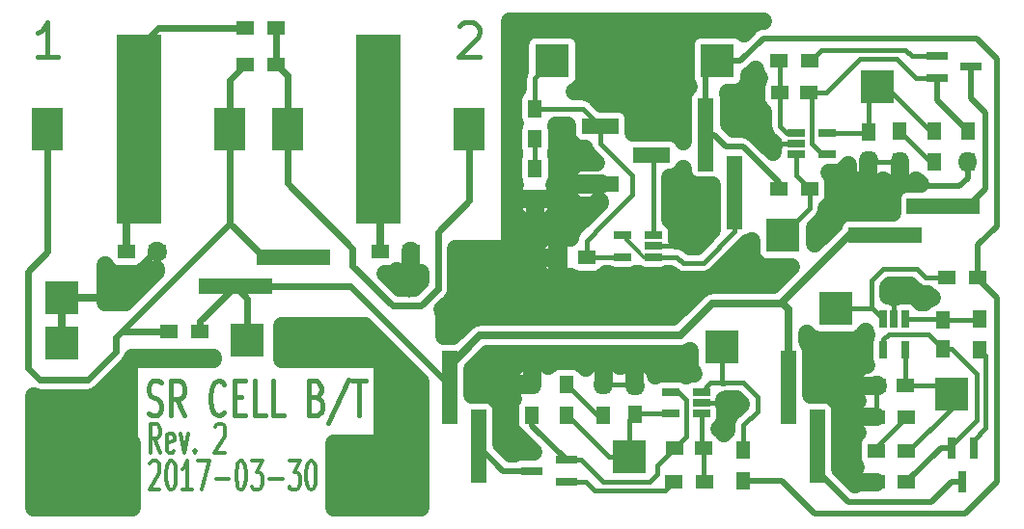
<source format=gbr>
G04 #@! TF.FileFunction,Copper,L1,Top,Signal*
%FSLAX46Y46*%
G04 Gerber Fmt 4.6, Leading zero omitted, Abs format (unit mm)*
G04 Created by KiCad (PCBNEW 4.0.5) date 03/30/17 17:24:31*
%MOMM*%
%LPD*%
G01*
G04 APERTURE LIST*
%ADD10C,0.100000*%
%ADD11C,0.300000*%
%ADD12C,0.400000*%
%ADD13R,2.800000X3.800000*%
%ADD14R,4.000000X16.700000*%
%ADD15R,1.500000X1.250000*%
%ADD16R,1.250000X1.500000*%
%ADD17R,6.400000X1.400000*%
%ADD18R,3.000000X3.000000*%
%ADD19R,1.400000X6.400000*%
%ADD20R,1.900000X0.800000*%
%ADD21R,0.800000X1.900000*%
%ADD22R,1.300000X1.500000*%
%ADD23R,1.500000X1.300000*%
%ADD24R,3.200000X1.400000*%
%ADD25R,1.560000X0.650000*%
%ADD26R,0.650000X1.560000*%
%ADD27C,1.500000*%
%ADD28C,0.600000*%
%ADD29C,0.700000*%
%ADD30C,0.500000*%
%ADD31C,1.500000*%
G04 APERTURE END LIST*
D10*
D11*
X45464287Y-67869048D02*
X45535716Y-67750000D01*
X45678573Y-67630952D01*
X46035716Y-67630952D01*
X46178573Y-67750000D01*
X46250002Y-67869048D01*
X46321430Y-68107143D01*
X46321430Y-68345238D01*
X46250002Y-68702381D01*
X45392859Y-70130952D01*
X46321430Y-70130952D01*
X47250001Y-67630952D02*
X47392858Y-67630952D01*
X47535715Y-67750000D01*
X47607144Y-67869048D01*
X47678573Y-68107143D01*
X47750001Y-68583333D01*
X47750001Y-69178571D01*
X47678573Y-69654762D01*
X47607144Y-69892857D01*
X47535715Y-70011905D01*
X47392858Y-70130952D01*
X47250001Y-70130952D01*
X47107144Y-70011905D01*
X47035715Y-69892857D01*
X46964287Y-69654762D01*
X46892858Y-69178571D01*
X46892858Y-68583333D01*
X46964287Y-68107143D01*
X47035715Y-67869048D01*
X47107144Y-67750000D01*
X47250001Y-67630952D01*
X49178572Y-70130952D02*
X48321429Y-70130952D01*
X48750001Y-70130952D02*
X48750001Y-67630952D01*
X48607144Y-67988095D01*
X48464286Y-68226190D01*
X48321429Y-68345238D01*
X49678572Y-67630952D02*
X50678572Y-67630952D01*
X50035715Y-70130952D01*
X51250000Y-69178571D02*
X52392857Y-69178571D01*
X53392857Y-67630952D02*
X53535714Y-67630952D01*
X53678571Y-67750000D01*
X53750000Y-67869048D01*
X53821429Y-68107143D01*
X53892857Y-68583333D01*
X53892857Y-69178571D01*
X53821429Y-69654762D01*
X53750000Y-69892857D01*
X53678571Y-70011905D01*
X53535714Y-70130952D01*
X53392857Y-70130952D01*
X53250000Y-70011905D01*
X53178571Y-69892857D01*
X53107143Y-69654762D01*
X53035714Y-69178571D01*
X53035714Y-68583333D01*
X53107143Y-68107143D01*
X53178571Y-67869048D01*
X53250000Y-67750000D01*
X53392857Y-67630952D01*
X54392857Y-67630952D02*
X55321428Y-67630952D01*
X54821428Y-68583333D01*
X55035714Y-68583333D01*
X55178571Y-68702381D01*
X55250000Y-68821429D01*
X55321428Y-69059524D01*
X55321428Y-69654762D01*
X55250000Y-69892857D01*
X55178571Y-70011905D01*
X55035714Y-70130952D01*
X54607142Y-70130952D01*
X54464285Y-70011905D01*
X54392857Y-69892857D01*
X55964285Y-69178571D02*
X57107142Y-69178571D01*
X57678571Y-67630952D02*
X58607142Y-67630952D01*
X58107142Y-68583333D01*
X58321428Y-68583333D01*
X58464285Y-68702381D01*
X58535714Y-68821429D01*
X58607142Y-69059524D01*
X58607142Y-69654762D01*
X58535714Y-69892857D01*
X58464285Y-70011905D01*
X58321428Y-70130952D01*
X57892856Y-70130952D01*
X57749999Y-70011905D01*
X57678571Y-69892857D01*
X59535713Y-67630952D02*
X59678570Y-67630952D01*
X59821427Y-67750000D01*
X59892856Y-67869048D01*
X59964285Y-68107143D01*
X60035713Y-68583333D01*
X60035713Y-69178571D01*
X59964285Y-69654762D01*
X59892856Y-69892857D01*
X59821427Y-70011905D01*
X59678570Y-70130952D01*
X59535713Y-70130952D01*
X59392856Y-70011905D01*
X59321427Y-69892857D01*
X59249999Y-69654762D01*
X59178570Y-69178571D01*
X59178570Y-68583333D01*
X59249999Y-68107143D01*
X59321427Y-67869048D01*
X59392856Y-67750000D01*
X59535713Y-67630952D01*
X46357144Y-66880952D02*
X45857144Y-65690476D01*
X45500001Y-66880952D02*
X45500001Y-64380952D01*
X46071429Y-64380952D01*
X46214287Y-64500000D01*
X46285715Y-64619048D01*
X46357144Y-64857143D01*
X46357144Y-65214286D01*
X46285715Y-65452381D01*
X46214287Y-65571429D01*
X46071429Y-65690476D01*
X45500001Y-65690476D01*
X47571429Y-66761905D02*
X47428572Y-66880952D01*
X47142858Y-66880952D01*
X47000001Y-66761905D01*
X46928572Y-66523810D01*
X46928572Y-65571429D01*
X47000001Y-65333333D01*
X47142858Y-65214286D01*
X47428572Y-65214286D01*
X47571429Y-65333333D01*
X47642858Y-65571429D01*
X47642858Y-65809524D01*
X46928572Y-66047619D01*
X48142858Y-65214286D02*
X48500001Y-66880952D01*
X48857143Y-65214286D01*
X49428572Y-66642857D02*
X49500000Y-66761905D01*
X49428572Y-66880952D01*
X49357143Y-66761905D01*
X49428572Y-66642857D01*
X49428572Y-66880952D01*
X51214286Y-64619048D02*
X51285715Y-64500000D01*
X51428572Y-64380952D01*
X51785715Y-64380952D01*
X51928572Y-64500000D01*
X52000001Y-64619048D01*
X52071429Y-64857143D01*
X52071429Y-65095238D01*
X52000001Y-65452381D01*
X51142858Y-66880952D01*
X52071429Y-66880952D01*
D12*
X45321427Y-63464286D02*
X45607142Y-63607143D01*
X46083332Y-63607143D01*
X46273808Y-63464286D01*
X46369046Y-63321429D01*
X46464285Y-63035714D01*
X46464285Y-62750000D01*
X46369046Y-62464286D01*
X46273808Y-62321429D01*
X46083332Y-62178571D01*
X45702380Y-62035714D01*
X45511904Y-61892857D01*
X45416665Y-61750000D01*
X45321427Y-61464286D01*
X45321427Y-61178571D01*
X45416665Y-60892857D01*
X45511904Y-60750000D01*
X45702380Y-60607143D01*
X46178570Y-60607143D01*
X46464285Y-60750000D01*
X48464285Y-63607143D02*
X47797618Y-62178571D01*
X47321427Y-63607143D02*
X47321427Y-60607143D01*
X48083332Y-60607143D01*
X48273808Y-60750000D01*
X48369047Y-60892857D01*
X48464285Y-61178571D01*
X48464285Y-61607143D01*
X48369047Y-61892857D01*
X48273808Y-62035714D01*
X48083332Y-62178571D01*
X47321427Y-62178571D01*
X51988095Y-63321429D02*
X51892857Y-63464286D01*
X51607142Y-63607143D01*
X51416666Y-63607143D01*
X51130952Y-63464286D01*
X50940476Y-63178571D01*
X50845237Y-62892857D01*
X50749999Y-62321429D01*
X50749999Y-61892857D01*
X50845237Y-61321429D01*
X50940476Y-61035714D01*
X51130952Y-60750000D01*
X51416666Y-60607143D01*
X51607142Y-60607143D01*
X51892857Y-60750000D01*
X51988095Y-60892857D01*
X52845237Y-62035714D02*
X53511904Y-62035714D01*
X53797618Y-63607143D02*
X52845237Y-63607143D01*
X52845237Y-60607143D01*
X53797618Y-60607143D01*
X55607142Y-63607143D02*
X54654761Y-63607143D01*
X54654761Y-60607143D01*
X57226190Y-63607143D02*
X56273809Y-63607143D01*
X56273809Y-60607143D01*
X60083334Y-62035714D02*
X60369048Y-62178571D01*
X60464287Y-62321429D01*
X60559525Y-62607143D01*
X60559525Y-63035714D01*
X60464287Y-63321429D01*
X60369048Y-63464286D01*
X60178572Y-63607143D01*
X59416667Y-63607143D01*
X59416667Y-60607143D01*
X60083334Y-60607143D01*
X60273810Y-60750000D01*
X60369048Y-60892857D01*
X60464287Y-61178571D01*
X60464287Y-61464286D01*
X60369048Y-61750000D01*
X60273810Y-61892857D01*
X60083334Y-62035714D01*
X59416667Y-62035714D01*
X62845239Y-60464286D02*
X61130953Y-64321429D01*
X63226191Y-60607143D02*
X64369048Y-60607143D01*
X63797620Y-63607143D02*
X63797620Y-60607143D01*
X72642858Y-29392857D02*
X72785715Y-29250000D01*
X73071429Y-29107143D01*
X73785715Y-29107143D01*
X74071429Y-29250000D01*
X74214286Y-29392857D01*
X74357143Y-29678571D01*
X74357143Y-29964286D01*
X74214286Y-30392857D01*
X72500000Y-32107143D01*
X74357143Y-32107143D01*
X37357143Y-32107143D02*
X35642858Y-32107143D01*
X36500000Y-32107143D02*
X36500000Y-29107143D01*
X36214286Y-29535714D01*
X35928572Y-29821429D01*
X35642858Y-29964286D01*
D13*
X36500000Y-38500000D03*
X52500000Y-38500000D03*
D14*
X44500000Y-38500000D03*
D13*
X57500000Y-38500000D03*
X73500000Y-38500000D03*
D14*
X65500000Y-38500000D03*
D15*
X83750000Y-49750000D03*
X81250000Y-49750000D03*
X103250000Y-35250000D03*
X100750000Y-35250000D03*
D16*
X108500000Y-38750000D03*
X108500000Y-41250000D03*
D15*
X91500000Y-66500000D03*
X94000000Y-66500000D03*
D16*
X88000000Y-63500000D03*
X88000000Y-61000000D03*
X115000000Y-57750000D03*
X115000000Y-55250000D03*
D15*
X111750000Y-61000000D03*
X109250000Y-61000000D03*
D17*
X58060000Y-49730000D03*
X52940000Y-52270000D03*
D18*
X80750000Y-32500000D03*
X37750000Y-53250000D03*
X37750000Y-57250000D03*
D19*
X96770000Y-44060000D03*
X94230000Y-38940000D03*
D18*
X95250000Y-32500000D03*
X109250000Y-34750000D03*
D17*
X109940000Y-47770000D03*
X115060000Y-45230000D03*
D18*
X87500000Y-67250000D03*
D19*
X71730000Y-61190000D03*
X74270000Y-66310000D03*
D18*
X115750000Y-61750000D03*
D19*
X101480000Y-61190000D03*
X104020000Y-66310000D03*
D20*
X114500000Y-32050000D03*
X114500000Y-33950000D03*
X117500000Y-33000000D03*
X82000000Y-69450000D03*
X82000000Y-67550000D03*
X79000000Y-68500000D03*
D21*
X117700000Y-66500000D03*
X115800000Y-66500000D03*
X116750000Y-69500000D03*
D22*
X79250000Y-36650000D03*
X79250000Y-39350000D03*
D23*
X43400000Y-49250000D03*
X46100000Y-49250000D03*
X65650000Y-49250000D03*
X68350000Y-49250000D03*
X103350000Y-43750000D03*
X100650000Y-43750000D03*
D22*
X114250000Y-38650000D03*
X114250000Y-41350000D03*
D23*
X103350000Y-32500000D03*
X100650000Y-32500000D03*
D22*
X97500000Y-66650000D03*
X97500000Y-69350000D03*
X117250000Y-41350000D03*
X117250000Y-38650000D03*
X82000000Y-63600000D03*
X82000000Y-60900000D03*
D23*
X91400000Y-69500000D03*
X94100000Y-69500000D03*
X115400000Y-51500000D03*
X118100000Y-51500000D03*
D22*
X79000000Y-60900000D03*
X79000000Y-63600000D03*
D23*
X111850000Y-66750000D03*
X109150000Y-66750000D03*
D22*
X118250000Y-57850000D03*
X118250000Y-55150000D03*
D23*
X109150000Y-69500000D03*
X111850000Y-69500000D03*
D24*
X85000000Y-38210000D03*
X89500000Y-40750000D03*
X85000000Y-43290000D03*
D25*
X89600000Y-49700000D03*
X89600000Y-48750000D03*
X89600000Y-47800000D03*
X86900000Y-47800000D03*
X86900000Y-49700000D03*
X102150000Y-38800000D03*
X102150000Y-39750000D03*
X102150000Y-40700000D03*
X104850000Y-40700000D03*
X104850000Y-38800000D03*
X93850000Y-63450000D03*
X93850000Y-62500000D03*
X93850000Y-61550000D03*
X91150000Y-61550000D03*
X91150000Y-63450000D03*
D26*
X111700000Y-55150000D03*
X110750000Y-55150000D03*
X109800000Y-55150000D03*
X109800000Y-57850000D03*
X111700000Y-57850000D03*
D22*
X79250000Y-44600000D03*
X79250000Y-41900000D03*
X111250000Y-41350000D03*
X111250000Y-38650000D03*
X85250000Y-60900000D03*
X85250000Y-63600000D03*
D23*
X109150000Y-63750000D03*
X111850000Y-63750000D03*
D18*
X54000000Y-57000000D03*
D23*
X49850000Y-56250000D03*
X47150000Y-56250000D03*
D18*
X101000000Y-47800000D03*
X95600000Y-57600000D03*
X105600000Y-54200000D03*
D23*
X56550000Y-32800000D03*
X53850000Y-32800000D03*
X56550000Y-29600000D03*
X53850000Y-29600000D03*
D27*
X88750000Y-58250000D03*
X97000000Y-62500000D03*
X106750000Y-60000000D03*
X110750000Y-52500000D03*
X106500000Y-43500000D03*
X99500000Y-39750000D03*
X93000000Y-48750000D03*
X82500000Y-46250000D03*
X68250000Y-52500000D03*
X42000000Y-53250000D03*
D28*
X52500000Y-38500000D02*
X52500000Y-34150000D01*
X52500000Y-34150000D02*
X53850000Y-32800000D01*
X47150000Y-56250000D02*
X43000000Y-56250000D01*
X58060000Y-49730000D02*
X55480000Y-49730000D01*
X55480000Y-49730000D02*
X52500000Y-46750000D01*
X36500000Y-38500000D02*
X36500000Y-49250000D01*
X52500000Y-46750000D02*
X52500000Y-38500000D01*
X42500000Y-56750000D02*
X43000000Y-56250000D01*
X43000000Y-56250000D02*
X52500000Y-46750000D01*
X42500000Y-58000000D02*
X42500000Y-56750000D01*
X40000000Y-60500000D02*
X42500000Y-58000000D01*
X35750000Y-60500000D02*
X40000000Y-60500000D01*
X34750000Y-59500000D02*
X35750000Y-60500000D01*
X34750000Y-51000000D02*
X34750000Y-59500000D01*
X36500000Y-49250000D02*
X34750000Y-51000000D01*
X53850000Y-29600000D02*
X46200000Y-29600000D01*
X46200000Y-29600000D02*
X44500000Y-31300000D01*
X44500000Y-31300000D02*
X44500000Y-38500000D01*
X44500000Y-32500000D02*
X44500000Y-38500000D01*
D29*
X43400000Y-49250000D02*
X43400000Y-39600000D01*
X43400000Y-39600000D02*
X44500000Y-38500000D01*
X65650000Y-49250000D02*
X65650000Y-38650000D01*
X65650000Y-38650000D02*
X65500000Y-38500000D01*
D12*
X86900000Y-49700000D02*
X83800000Y-49700000D01*
X83800000Y-49700000D02*
X83750000Y-49750000D01*
X83750000Y-49750000D02*
X83750000Y-48250000D01*
X85000000Y-39750000D02*
X87750000Y-42500000D01*
X87750000Y-42500000D02*
X87750000Y-44250000D01*
X87750000Y-44250000D02*
X85250000Y-46750000D01*
X85000000Y-39750000D02*
X85000000Y-38210000D01*
X83750000Y-48250000D02*
X85250000Y-46750000D01*
X79250000Y-36650000D02*
X83440000Y-36650000D01*
X83440000Y-36650000D02*
X85000000Y-38210000D01*
X79250000Y-36650000D02*
X79250000Y-34000000D01*
X79250000Y-34000000D02*
X80750000Y-32500000D01*
D30*
X79000000Y-60900000D02*
X79000000Y-59750000D01*
D12*
X88000000Y-59000000D02*
X88750000Y-58250000D01*
X88000000Y-59000000D02*
X88000000Y-61000000D01*
D30*
X80500000Y-58250000D02*
X88750000Y-58250000D01*
X79000000Y-59750000D02*
X80500000Y-58250000D01*
D12*
X85250000Y-60900000D02*
X87900000Y-60900000D01*
X87900000Y-60900000D02*
X88000000Y-61000000D01*
X93850000Y-62500000D02*
X97000000Y-62500000D01*
D30*
X109150000Y-69500000D02*
X107500000Y-69500000D01*
D12*
X107750000Y-61000000D02*
X106750000Y-60000000D01*
X107750000Y-61000000D02*
X109250000Y-61000000D01*
D30*
X106750000Y-68750000D02*
X106750000Y-60000000D01*
X107500000Y-69500000D02*
X106750000Y-68750000D01*
D12*
X109150000Y-63750000D02*
X109150000Y-61100000D01*
X109150000Y-61100000D02*
X109250000Y-61000000D01*
X110750000Y-55150000D02*
X110750000Y-52500000D01*
D30*
X117250000Y-41350000D02*
X117250000Y-42750000D01*
D12*
X106500000Y-43500000D02*
X108500000Y-41500000D01*
D30*
X116500000Y-43500000D02*
X106500000Y-43500000D01*
X117250000Y-42750000D02*
X116500000Y-43500000D01*
D12*
X111250000Y-41350000D02*
X108600000Y-41350000D01*
X108600000Y-41350000D02*
X108500000Y-41250000D01*
X108500000Y-41250000D02*
X108500000Y-41500000D01*
X102150000Y-39750000D02*
X99500000Y-39750000D01*
X89600000Y-48750000D02*
X93000000Y-48750000D01*
X81250000Y-49750000D02*
X81250000Y-47500000D01*
X81250000Y-47500000D02*
X82500000Y-46250000D01*
X79250000Y-44600000D02*
X79250000Y-45250000D01*
X79250000Y-45250000D02*
X80250000Y-46250000D01*
X80250000Y-46250000D02*
X82500000Y-46250000D01*
X85000000Y-43290000D02*
X85000000Y-43750000D01*
X85000000Y-43750000D02*
X82500000Y-46250000D01*
D29*
X68350000Y-49250000D02*
X68350000Y-52400000D01*
X68350000Y-52400000D02*
X68250000Y-52500000D01*
X46100000Y-49250000D02*
X46000000Y-49250000D01*
X46000000Y-49250000D02*
X42000000Y-53250000D01*
X37750000Y-57250000D02*
X37750000Y-53250000D01*
X37750000Y-53250000D02*
X42000000Y-53250000D01*
D30*
X114500000Y-33950000D02*
X114500000Y-35900000D01*
X114500000Y-35900000D02*
X117250000Y-38650000D01*
D12*
X114500000Y-33950000D02*
X112700000Y-33950000D01*
X104750000Y-35250000D02*
X103250000Y-35250000D01*
X107750000Y-32250000D02*
X104750000Y-35250000D01*
X111000000Y-32250000D02*
X107750000Y-32250000D01*
X112700000Y-33950000D02*
X111000000Y-32250000D01*
X104850000Y-40700000D02*
X104450000Y-40700000D01*
X104450000Y-40700000D02*
X103500000Y-39750000D01*
X103500000Y-39750000D02*
X103500000Y-35500000D01*
X103500000Y-35500000D02*
X103250000Y-35250000D01*
X100750000Y-35250000D02*
X100750000Y-32600000D01*
X100750000Y-32600000D02*
X100650000Y-32500000D01*
X102150000Y-38800000D02*
X101300000Y-38800000D01*
X100750000Y-38250000D02*
X100750000Y-35250000D01*
X101300000Y-38800000D02*
X100750000Y-38250000D01*
X114250000Y-38650000D02*
X113900000Y-38650000D01*
X113900000Y-38650000D02*
X110000000Y-34750000D01*
X110000000Y-34750000D02*
X109250000Y-34750000D01*
X108500000Y-38750000D02*
X108500000Y-35500000D01*
X108500000Y-35500000D02*
X109250000Y-34750000D01*
X104850000Y-38800000D02*
X108450000Y-38800000D01*
X108450000Y-38800000D02*
X108500000Y-38750000D01*
D30*
X79000000Y-63600000D02*
X79000000Y-64550000D01*
X79000000Y-64550000D02*
X82000000Y-67550000D01*
D12*
X82000000Y-67550000D02*
X83300000Y-67550000D01*
X90000000Y-68000000D02*
X91500000Y-66500000D01*
X90000000Y-68750000D02*
X90000000Y-68000000D01*
X89250000Y-69500000D02*
X90000000Y-68750000D01*
X85250000Y-69500000D02*
X89250000Y-69500000D01*
X83300000Y-67550000D02*
X85250000Y-69500000D01*
X91150000Y-61550000D02*
X91800000Y-61550000D01*
X91800000Y-61550000D02*
X92500000Y-62250000D01*
X92500000Y-62250000D02*
X92500000Y-65500000D01*
X92500000Y-65500000D02*
X91500000Y-66500000D01*
X94000000Y-66500000D02*
X94000000Y-69400000D01*
X94000000Y-69400000D02*
X94100000Y-69500000D01*
X93850000Y-63450000D02*
X93850000Y-66350000D01*
X93850000Y-66350000D02*
X94000000Y-66500000D01*
X82000000Y-63600000D02*
X82100000Y-63600000D01*
X82100000Y-63600000D02*
X85750000Y-67250000D01*
X85750000Y-67250000D02*
X87500000Y-67250000D01*
X87500000Y-67250000D02*
X87500000Y-64000000D01*
X87500000Y-64000000D02*
X88000000Y-63500000D01*
X91150000Y-63450000D02*
X88050000Y-63450000D01*
X88050000Y-63450000D02*
X88000000Y-63500000D01*
D30*
X115800000Y-66500000D02*
X114850000Y-66500000D01*
X114850000Y-66500000D02*
X111850000Y-69500000D01*
D12*
X115800000Y-66500000D02*
X115800000Y-66200000D01*
X115800000Y-66200000D02*
X118000000Y-64000000D01*
X118000000Y-64000000D02*
X118000000Y-60000000D01*
X118000000Y-60000000D02*
X115750000Y-57750000D01*
X115750000Y-57750000D02*
X115000000Y-57750000D01*
X109800000Y-57850000D02*
X109800000Y-56950000D01*
X113750000Y-56500000D02*
X115000000Y-57750000D01*
X110250000Y-56500000D02*
X113750000Y-56500000D01*
X109800000Y-56950000D02*
X110250000Y-56500000D01*
X115000000Y-55250000D02*
X118150000Y-55250000D01*
X118150000Y-55250000D02*
X118250000Y-55150000D01*
X111700000Y-55150000D02*
X114900000Y-55150000D01*
X114900000Y-55150000D02*
X115000000Y-55250000D01*
X111850000Y-66750000D02*
X112000000Y-66750000D01*
X112000000Y-66750000D02*
X115750000Y-63000000D01*
X115750000Y-63000000D02*
X115750000Y-61750000D01*
X111750000Y-61000000D02*
X115000000Y-61000000D01*
X115000000Y-61000000D02*
X115750000Y-61750000D01*
X111750000Y-61000000D02*
X111750000Y-57900000D01*
X111750000Y-57900000D02*
X111700000Y-57850000D01*
X79250000Y-39350000D02*
X79250000Y-41900000D01*
X114250000Y-41350000D02*
X113950000Y-41350000D01*
X113950000Y-41350000D02*
X111250000Y-38650000D01*
X85250000Y-63600000D02*
X84700000Y-63600000D01*
X84700000Y-63600000D02*
X82000000Y-60900000D01*
X109150000Y-66750000D02*
X109150000Y-66450000D01*
X109150000Y-66450000D02*
X111850000Y-63750000D01*
D29*
X101480000Y-61190000D02*
X101480000Y-54280000D01*
X101480000Y-54280000D02*
X100900000Y-53700000D01*
X71730000Y-61190000D02*
X71730000Y-59270000D01*
X71730000Y-59270000D02*
X74400000Y-56600000D01*
X100800000Y-53800000D02*
X100900000Y-53700000D01*
X100900000Y-53700000D02*
X106830000Y-47770000D01*
X94800000Y-53800000D02*
X100800000Y-53800000D01*
X92000000Y-56600000D02*
X94800000Y-53800000D01*
X74400000Y-56600000D02*
X92000000Y-56600000D01*
X106830000Y-47770000D02*
X109940000Y-47770000D01*
D28*
X49850000Y-56250000D02*
X49850000Y-55360000D01*
X49850000Y-55360000D02*
X52940000Y-52270000D01*
X54000000Y-57000000D02*
X54000000Y-53330000D01*
X54000000Y-53330000D02*
X52940000Y-52270000D01*
X52940000Y-52270000D02*
X63020000Y-52270000D01*
X63020000Y-52270000D02*
X71730000Y-60980000D01*
X71730000Y-60980000D02*
X71730000Y-61190000D01*
D11*
X89600000Y-49700000D02*
X88800000Y-49700000D01*
X88800000Y-49700000D02*
X86900000Y-47800000D01*
D12*
X89600000Y-49700000D02*
X91700000Y-49700000D01*
X96770000Y-47480000D02*
X96770000Y-44060000D01*
X94000000Y-50250000D02*
X96770000Y-47480000D01*
X92250000Y-50250000D02*
X94000000Y-50250000D01*
X91700000Y-49700000D02*
X92250000Y-50250000D01*
D30*
X118100000Y-51500000D02*
X118100000Y-51600000D01*
X118100000Y-51600000D02*
X119750000Y-53250000D01*
X100850000Y-69350000D02*
X97500000Y-69350000D01*
X103750000Y-72250000D02*
X100850000Y-69350000D01*
X117000000Y-72250000D02*
X103750000Y-72250000D01*
X119750000Y-69500000D02*
X117000000Y-72250000D01*
X119750000Y-53250000D02*
X119750000Y-69500000D01*
X95250000Y-32500000D02*
X97250000Y-32500000D01*
X118100000Y-48650000D02*
X118100000Y-51500000D01*
X119750000Y-47000000D02*
X118100000Y-48650000D01*
X119750000Y-32250000D02*
X119750000Y-47000000D01*
X118000000Y-30500000D02*
X119750000Y-32250000D01*
X99250000Y-30500000D02*
X118000000Y-30500000D01*
X97250000Y-32500000D02*
X99250000Y-30500000D01*
X94230000Y-38940000D02*
X94940000Y-38940000D01*
X97500000Y-40000000D02*
X100650000Y-43150000D01*
X96000000Y-40000000D02*
X97500000Y-40000000D01*
X94940000Y-38940000D02*
X96000000Y-40000000D01*
X100650000Y-43150000D02*
X100650000Y-43750000D01*
X94230000Y-38940000D02*
X94230000Y-33520000D01*
X94230000Y-33520000D02*
X95250000Y-32500000D01*
D12*
X94230000Y-33520000D02*
X95250000Y-32500000D01*
D30*
X117500000Y-33000000D02*
X117500000Y-35750000D01*
X118750000Y-43750000D02*
X117270000Y-45230000D01*
X118750000Y-37000000D02*
X118750000Y-43750000D01*
X117500000Y-35750000D02*
X118750000Y-37000000D01*
X117270000Y-45230000D02*
X115060000Y-45230000D01*
X79000000Y-68500000D02*
X76460000Y-68500000D01*
X76460000Y-68500000D02*
X74270000Y-66310000D01*
X116750000Y-69500000D02*
X115750000Y-69500000D01*
X106750000Y-71250000D02*
X104020000Y-68520000D01*
X114000000Y-71250000D02*
X106750000Y-71250000D01*
X115750000Y-69500000D02*
X114000000Y-71250000D01*
X104020000Y-68520000D02*
X104020000Y-66310000D01*
D12*
X114500000Y-32050000D02*
X112300000Y-32050000D01*
X104350000Y-31500000D02*
X103350000Y-32500000D01*
X111750000Y-31500000D02*
X104350000Y-31500000D01*
X112300000Y-32050000D02*
X111750000Y-31500000D01*
X82000000Y-69450000D02*
X83700000Y-69450000D01*
X90650000Y-70250000D02*
X91400000Y-69500000D01*
X84500000Y-70250000D02*
X90650000Y-70250000D01*
X83700000Y-69450000D02*
X84500000Y-70250000D01*
X117700000Y-66500000D02*
X117700000Y-65800000D01*
X117700000Y-65800000D02*
X118750000Y-64750000D01*
X118750000Y-64750000D02*
X118750000Y-58350000D01*
X118750000Y-58350000D02*
X118250000Y-57850000D01*
X89600000Y-47800000D02*
X89600000Y-40850000D01*
X89600000Y-40850000D02*
X89500000Y-40750000D01*
D28*
X56550000Y-32800000D02*
X56550000Y-29600000D01*
X57500000Y-38500000D02*
X57500000Y-33750000D01*
X57500000Y-33750000D02*
X56550000Y-32800000D01*
X73500000Y-38500000D02*
X73500000Y-44750000D01*
X57500000Y-43250000D02*
X57500000Y-38500000D01*
X63250000Y-49000000D02*
X57500000Y-43250000D01*
X63250000Y-50500000D02*
X63250000Y-49000000D01*
X66750000Y-54000000D02*
X63250000Y-50500000D01*
X69250000Y-54000000D02*
X66750000Y-54000000D01*
X70750000Y-52500000D02*
X69250000Y-54000000D01*
X70750000Y-47500000D02*
X70750000Y-52500000D01*
X73500000Y-44750000D02*
X70750000Y-47500000D01*
D12*
X103350000Y-43750000D02*
X103350000Y-45450000D01*
X103350000Y-45450000D02*
X101000000Y-47800000D01*
X102150000Y-40700000D02*
X102150000Y-42550000D01*
X102150000Y-42550000D02*
X103350000Y-43750000D01*
X95600000Y-57600000D02*
X95600000Y-60750000D01*
X95800000Y-60800000D02*
X95800000Y-60750000D01*
X95650000Y-60800000D02*
X95800000Y-60800000D01*
X95600000Y-60750000D02*
X95650000Y-60800000D01*
X97500000Y-66650000D02*
X97500000Y-64500000D01*
X94650000Y-60750000D02*
X93850000Y-61550000D01*
X97500000Y-60750000D02*
X95800000Y-60750000D01*
X95800000Y-60750000D02*
X94650000Y-60750000D01*
X98750000Y-62000000D02*
X97500000Y-60750000D01*
X98750000Y-63250000D02*
X98750000Y-62000000D01*
X97500000Y-64500000D02*
X98750000Y-63250000D01*
X105600000Y-54200000D02*
X108850000Y-54200000D01*
X108850000Y-54200000D02*
X108750000Y-54100000D01*
X115400000Y-51500000D02*
X113500000Y-51500000D01*
X108750000Y-54100000D02*
X109800000Y-55150000D01*
X108750000Y-51750000D02*
X108750000Y-54100000D01*
X109750000Y-50750000D02*
X108750000Y-51750000D01*
X112750000Y-50750000D02*
X109750000Y-50750000D01*
X113500000Y-51500000D02*
X112750000Y-50750000D01*
D31*
G36*
X108287673Y-56393222D02*
X108354059Y-56496388D01*
X108300924Y-56574153D01*
X108200512Y-57070000D01*
X108200512Y-58630000D01*
X108287673Y-59093222D01*
X108372470Y-59225000D01*
X108271251Y-59225000D01*
X107848578Y-59400077D01*
X107525077Y-59723577D01*
X107350000Y-60146251D01*
X107350000Y-60662500D01*
X107637500Y-60950000D01*
X109200000Y-60950000D01*
X109200000Y-60930000D01*
X109300000Y-60930000D01*
X109300000Y-60950000D01*
X109320000Y-60950000D01*
X109320000Y-61050000D01*
X109300000Y-61050000D01*
X109300000Y-61070000D01*
X109200000Y-61070000D01*
X109200000Y-61050000D01*
X107637500Y-61050000D01*
X107350000Y-61337500D01*
X107350000Y-61853749D01*
X107525077Y-62276423D01*
X107561154Y-62312500D01*
X107425077Y-62448577D01*
X107250000Y-62871251D01*
X107250000Y-63412500D01*
X107537500Y-63700000D01*
X109100000Y-63700000D01*
X109100000Y-63680000D01*
X109200000Y-63680000D01*
X109200000Y-63700000D01*
X109220000Y-63700000D01*
X109220000Y-63800000D01*
X109200000Y-63800000D01*
X109200000Y-63820000D01*
X109100000Y-63820000D01*
X109100000Y-63800000D01*
X107537500Y-63800000D01*
X107250000Y-64087500D01*
X107250000Y-64628749D01*
X107425077Y-65051423D01*
X107541002Y-65167348D01*
X107511337Y-65186437D01*
X107225924Y-65604153D01*
X107125512Y-66100000D01*
X107125512Y-67400000D01*
X107212673Y-67863222D01*
X107427140Y-68196514D01*
X107425077Y-68198577D01*
X107250000Y-68621251D01*
X107250000Y-69162500D01*
X107537500Y-69450000D01*
X109100000Y-69450000D01*
X109100000Y-69430000D01*
X109200000Y-69430000D01*
X109200000Y-69450000D01*
X109220000Y-69450000D01*
X109220000Y-69550000D01*
X109200000Y-69550000D01*
X109200000Y-69570000D01*
X109100000Y-69570000D01*
X109100000Y-69550000D01*
X107537500Y-69550000D01*
X107354410Y-69733090D01*
X105994488Y-68373168D01*
X105994488Y-63110000D01*
X105907327Y-62646778D01*
X105633563Y-62221337D01*
X105215847Y-61935924D01*
X104720000Y-61835512D01*
X103454488Y-61835512D01*
X103454488Y-57990000D01*
X103367327Y-57526778D01*
X103093563Y-57101337D01*
X103080000Y-57092070D01*
X103080000Y-56423255D01*
X103186437Y-56588663D01*
X103604153Y-56874076D01*
X104100000Y-56974488D01*
X107100000Y-56974488D01*
X107563222Y-56887327D01*
X107988663Y-56613563D01*
X108255618Y-56222862D01*
X108287673Y-56393222D01*
X108287673Y-56393222D01*
G37*
X108287673Y-56393222D02*
X108354059Y-56496388D01*
X108300924Y-56574153D01*
X108200512Y-57070000D01*
X108200512Y-58630000D01*
X108287673Y-59093222D01*
X108372470Y-59225000D01*
X108271251Y-59225000D01*
X107848578Y-59400077D01*
X107525077Y-59723577D01*
X107350000Y-60146251D01*
X107350000Y-60662500D01*
X107637500Y-60950000D01*
X109200000Y-60950000D01*
X109200000Y-60930000D01*
X109300000Y-60930000D01*
X109300000Y-60950000D01*
X109320000Y-60950000D01*
X109320000Y-61050000D01*
X109300000Y-61050000D01*
X109300000Y-61070000D01*
X109200000Y-61070000D01*
X109200000Y-61050000D01*
X107637500Y-61050000D01*
X107350000Y-61337500D01*
X107350000Y-61853749D01*
X107525077Y-62276423D01*
X107561154Y-62312500D01*
X107425077Y-62448577D01*
X107250000Y-62871251D01*
X107250000Y-63412500D01*
X107537500Y-63700000D01*
X109100000Y-63700000D01*
X109100000Y-63680000D01*
X109200000Y-63680000D01*
X109200000Y-63700000D01*
X109220000Y-63700000D01*
X109220000Y-63800000D01*
X109200000Y-63800000D01*
X109200000Y-63820000D01*
X109100000Y-63820000D01*
X109100000Y-63800000D01*
X107537500Y-63800000D01*
X107250000Y-64087500D01*
X107250000Y-64628749D01*
X107425077Y-65051423D01*
X107541002Y-65167348D01*
X107511337Y-65186437D01*
X107225924Y-65604153D01*
X107125512Y-66100000D01*
X107125512Y-67400000D01*
X107212673Y-67863222D01*
X107427140Y-68196514D01*
X107425077Y-68198577D01*
X107250000Y-68621251D01*
X107250000Y-69162500D01*
X107537500Y-69450000D01*
X109100000Y-69450000D01*
X109100000Y-69430000D01*
X109200000Y-69430000D01*
X109200000Y-69450000D01*
X109220000Y-69450000D01*
X109220000Y-69550000D01*
X109200000Y-69550000D01*
X109200000Y-69570000D01*
X109100000Y-69570000D01*
X109100000Y-69550000D01*
X107537500Y-69550000D01*
X107354410Y-69733090D01*
X105994488Y-68373168D01*
X105994488Y-63110000D01*
X105907327Y-62646778D01*
X105633563Y-62221337D01*
X105215847Y-61935924D01*
X104720000Y-61835512D01*
X103454488Y-61835512D01*
X103454488Y-57990000D01*
X103367327Y-57526778D01*
X103093563Y-57101337D01*
X103080000Y-57092070D01*
X103080000Y-56423255D01*
X103186437Y-56588663D01*
X103604153Y-56874076D01*
X104100000Y-56974488D01*
X107100000Y-56974488D01*
X107563222Y-56887327D01*
X107988663Y-56613563D01*
X108255618Y-56222862D01*
X108287673Y-56393222D01*
G36*
X92825512Y-59100000D02*
X92912673Y-59563222D01*
X93161887Y-59950512D01*
X93070000Y-59950512D01*
X92606778Y-60037673D01*
X92503612Y-60104059D01*
X92425847Y-60050924D01*
X91930000Y-59950512D01*
X90370000Y-59950512D01*
X89906778Y-60037673D01*
X89775000Y-60122470D01*
X89775000Y-60021251D01*
X89599923Y-59598578D01*
X89276423Y-59275077D01*
X88853749Y-59100000D01*
X88337500Y-59100000D01*
X88050000Y-59387500D01*
X88050000Y-60950000D01*
X88070000Y-60950000D01*
X88070000Y-61050000D01*
X88050000Y-61050000D01*
X88050000Y-61070000D01*
X87950000Y-61070000D01*
X87950000Y-61050000D01*
X87930000Y-61050000D01*
X87930000Y-60950000D01*
X87950000Y-60950000D01*
X87950000Y-59387500D01*
X87662500Y-59100000D01*
X87146251Y-59100000D01*
X86723577Y-59275077D01*
X86687500Y-59311154D01*
X86551423Y-59175077D01*
X86128749Y-59000000D01*
X85587500Y-59000000D01*
X85300000Y-59287500D01*
X85300000Y-60850000D01*
X85320000Y-60850000D01*
X85320000Y-60950000D01*
X85300000Y-60950000D01*
X85300000Y-60970000D01*
X85200000Y-60970000D01*
X85200000Y-60950000D01*
X85180000Y-60950000D01*
X85180000Y-60850000D01*
X85200000Y-60850000D01*
X85200000Y-59287500D01*
X84912500Y-59000000D01*
X84371251Y-59000000D01*
X83948577Y-59175077D01*
X83680536Y-59443119D01*
X83563563Y-59261337D01*
X83145847Y-58975924D01*
X82650000Y-58875512D01*
X81350000Y-58875512D01*
X80886778Y-58962673D01*
X80461337Y-59236437D01*
X80421332Y-59294986D01*
X80301423Y-59175077D01*
X79878749Y-59000000D01*
X79337500Y-59000000D01*
X79050000Y-59287500D01*
X79050000Y-60850000D01*
X79070000Y-60850000D01*
X79070000Y-60950000D01*
X79050000Y-60950000D01*
X79050000Y-60970000D01*
X78950000Y-60970000D01*
X78950000Y-60950000D01*
X77487500Y-60950000D01*
X77200000Y-61237500D01*
X77200000Y-61878749D01*
X77313511Y-62152788D01*
X77175924Y-62354153D01*
X77075512Y-62850000D01*
X77075512Y-64350000D01*
X77162673Y-64813222D01*
X77436437Y-65238663D01*
X77854153Y-65524076D01*
X77885764Y-65530477D01*
X77939340Y-65610660D01*
X79154192Y-66825512D01*
X78050000Y-66825512D01*
X77586778Y-66912673D01*
X77451068Y-67000000D01*
X77081320Y-67000000D01*
X76244488Y-66163168D01*
X76244488Y-63110000D01*
X76157327Y-62646778D01*
X75883563Y-62221337D01*
X75465847Y-61935924D01*
X74970000Y-61835512D01*
X73704488Y-61835512D01*
X73704488Y-59921251D01*
X77200000Y-59921251D01*
X77200000Y-60562500D01*
X77487500Y-60850000D01*
X78950000Y-60850000D01*
X78950000Y-59287500D01*
X78662500Y-59000000D01*
X78121251Y-59000000D01*
X77698577Y-59175077D01*
X77375077Y-59498578D01*
X77200000Y-59921251D01*
X73704488Y-59921251D01*
X73704488Y-59558254D01*
X75062742Y-58200000D01*
X92000000Y-58200000D01*
X92612294Y-58078207D01*
X92825512Y-57935739D01*
X92825512Y-59100000D01*
X92825512Y-59100000D01*
G37*
X92825512Y-59100000D02*
X92912673Y-59563222D01*
X93161887Y-59950512D01*
X93070000Y-59950512D01*
X92606778Y-60037673D01*
X92503612Y-60104059D01*
X92425847Y-60050924D01*
X91930000Y-59950512D01*
X90370000Y-59950512D01*
X89906778Y-60037673D01*
X89775000Y-60122470D01*
X89775000Y-60021251D01*
X89599923Y-59598578D01*
X89276423Y-59275077D01*
X88853749Y-59100000D01*
X88337500Y-59100000D01*
X88050000Y-59387500D01*
X88050000Y-60950000D01*
X88070000Y-60950000D01*
X88070000Y-61050000D01*
X88050000Y-61050000D01*
X88050000Y-61070000D01*
X87950000Y-61070000D01*
X87950000Y-61050000D01*
X87930000Y-61050000D01*
X87930000Y-60950000D01*
X87950000Y-60950000D01*
X87950000Y-59387500D01*
X87662500Y-59100000D01*
X87146251Y-59100000D01*
X86723577Y-59275077D01*
X86687500Y-59311154D01*
X86551423Y-59175077D01*
X86128749Y-59000000D01*
X85587500Y-59000000D01*
X85300000Y-59287500D01*
X85300000Y-60850000D01*
X85320000Y-60850000D01*
X85320000Y-60950000D01*
X85300000Y-60950000D01*
X85300000Y-60970000D01*
X85200000Y-60970000D01*
X85200000Y-60950000D01*
X85180000Y-60950000D01*
X85180000Y-60850000D01*
X85200000Y-60850000D01*
X85200000Y-59287500D01*
X84912500Y-59000000D01*
X84371251Y-59000000D01*
X83948577Y-59175077D01*
X83680536Y-59443119D01*
X83563563Y-59261337D01*
X83145847Y-58975924D01*
X82650000Y-58875512D01*
X81350000Y-58875512D01*
X80886778Y-58962673D01*
X80461337Y-59236437D01*
X80421332Y-59294986D01*
X80301423Y-59175077D01*
X79878749Y-59000000D01*
X79337500Y-59000000D01*
X79050000Y-59287500D01*
X79050000Y-60850000D01*
X79070000Y-60850000D01*
X79070000Y-60950000D01*
X79050000Y-60950000D01*
X79050000Y-60970000D01*
X78950000Y-60970000D01*
X78950000Y-60950000D01*
X77487500Y-60950000D01*
X77200000Y-61237500D01*
X77200000Y-61878749D01*
X77313511Y-62152788D01*
X77175924Y-62354153D01*
X77075512Y-62850000D01*
X77075512Y-64350000D01*
X77162673Y-64813222D01*
X77436437Y-65238663D01*
X77854153Y-65524076D01*
X77885764Y-65530477D01*
X77939340Y-65610660D01*
X79154192Y-66825512D01*
X78050000Y-66825512D01*
X77586778Y-66912673D01*
X77451068Y-67000000D01*
X77081320Y-67000000D01*
X76244488Y-66163168D01*
X76244488Y-63110000D01*
X76157327Y-62646778D01*
X75883563Y-62221337D01*
X75465847Y-61935924D01*
X74970000Y-61835512D01*
X73704488Y-61835512D01*
X73704488Y-59921251D01*
X77200000Y-59921251D01*
X77200000Y-60562500D01*
X77487500Y-60850000D01*
X78950000Y-60850000D01*
X78950000Y-59287500D01*
X78662500Y-59000000D01*
X78121251Y-59000000D01*
X77698577Y-59175077D01*
X77375077Y-59498578D01*
X77200000Y-59921251D01*
X73704488Y-59921251D01*
X73704488Y-59558254D01*
X75062742Y-58200000D01*
X92000000Y-58200000D01*
X92612294Y-58078207D01*
X92825512Y-57935739D01*
X92825512Y-59100000D01*
G36*
X97300000Y-62600610D02*
X97300000Y-62649390D01*
X96474695Y-63474695D01*
X96160375Y-63945109D01*
X96050000Y-64500000D01*
X96050000Y-64929384D01*
X95961337Y-64986437D01*
X95808018Y-65210827D01*
X95663563Y-64986337D01*
X95368848Y-64784967D01*
X95518663Y-64688563D01*
X95804076Y-64270847D01*
X95904488Y-63775000D01*
X95904488Y-63125000D01*
X95817327Y-62661778D01*
X95714489Y-62501963D01*
X95804076Y-62370847D01*
X95829746Y-62244083D01*
X96051366Y-62200000D01*
X96899390Y-62200000D01*
X97300000Y-62600610D01*
X97300000Y-62600610D01*
G37*
X97300000Y-62600610D02*
X97300000Y-62649390D01*
X96474695Y-63474695D01*
X96160375Y-63945109D01*
X96050000Y-64500000D01*
X96050000Y-64929384D01*
X95961337Y-64986437D01*
X95808018Y-65210827D01*
X95663563Y-64986337D01*
X95368848Y-64784967D01*
X95518663Y-64688563D01*
X95804076Y-64270847D01*
X95904488Y-63775000D01*
X95904488Y-63125000D01*
X95817327Y-62661778D01*
X95714489Y-62501963D01*
X95804076Y-62370847D01*
X95829746Y-62244083D01*
X96051366Y-62200000D01*
X96899390Y-62200000D01*
X97300000Y-62600610D01*
G36*
X98675975Y-29114181D02*
X98189340Y-29439340D01*
X97576696Y-30051984D01*
X97245847Y-29825924D01*
X96750000Y-29725512D01*
X93750000Y-29725512D01*
X93286778Y-29812673D01*
X92861337Y-30086437D01*
X92575924Y-30504153D01*
X92475512Y-31000000D01*
X92475512Y-34000000D01*
X92562673Y-34463222D01*
X92730000Y-34723255D01*
X92730000Y-34769384D01*
X92641337Y-34826437D01*
X92355924Y-35244153D01*
X92255512Y-35740000D01*
X92255512Y-39537336D01*
X92013563Y-39161337D01*
X91595847Y-38875924D01*
X91100000Y-38775512D01*
X87900000Y-38775512D01*
X87874488Y-38780312D01*
X87874488Y-37510000D01*
X87787327Y-37046778D01*
X87513563Y-36621337D01*
X87095847Y-36335924D01*
X86600000Y-36235512D01*
X85076122Y-36235512D01*
X84465305Y-35624695D01*
X83994891Y-35310375D01*
X83440000Y-35200000D01*
X82645871Y-35200000D01*
X82713222Y-35187327D01*
X83138663Y-34913563D01*
X83424076Y-34495847D01*
X83524488Y-34000000D01*
X83524488Y-31000000D01*
X83437327Y-30536778D01*
X83163563Y-30111337D01*
X82745847Y-29825924D01*
X82250000Y-29725512D01*
X79250000Y-29725512D01*
X78786778Y-29812673D01*
X78361337Y-30086437D01*
X78075924Y-30504153D01*
X77975512Y-31000000D01*
X77975512Y-33347624D01*
X77910375Y-33445109D01*
X77800000Y-34000000D01*
X77800000Y-34929384D01*
X77711337Y-34986437D01*
X77425924Y-35404153D01*
X77325512Y-35900000D01*
X77325512Y-37400000D01*
X77412673Y-37863222D01*
X77498942Y-37997288D01*
X77425924Y-38104153D01*
X77325512Y-38600000D01*
X77325512Y-40100000D01*
X77412673Y-40563222D01*
X77449233Y-40620038D01*
X77425924Y-40654153D01*
X77325512Y-41150000D01*
X77325512Y-42650000D01*
X77412673Y-43113222D01*
X77563405Y-43347466D01*
X77450000Y-43621251D01*
X77450000Y-44262500D01*
X77737500Y-44550000D01*
X79200000Y-44550000D01*
X79200000Y-44530000D01*
X79300000Y-44530000D01*
X79300000Y-44550000D01*
X80762500Y-44550000D01*
X81050000Y-44262500D01*
X81050000Y-43621251D01*
X80936489Y-43347212D01*
X81074076Y-43145847D01*
X81174488Y-42650000D01*
X81174488Y-41150000D01*
X81087327Y-40686778D01*
X81050767Y-40629962D01*
X81074076Y-40595847D01*
X81174488Y-40100000D01*
X81174488Y-38600000D01*
X81087327Y-38136778D01*
X81063661Y-38100000D01*
X82125512Y-38100000D01*
X82125512Y-38910000D01*
X82212673Y-39373222D01*
X82486437Y-39798663D01*
X82904153Y-40084076D01*
X83400000Y-40184488D01*
X83636425Y-40184488D01*
X83660375Y-40304891D01*
X83974695Y-40775305D01*
X84639390Y-41440000D01*
X83171251Y-41440000D01*
X82748577Y-41615077D01*
X82425077Y-41938578D01*
X82250000Y-42361251D01*
X82250000Y-42952500D01*
X82537500Y-43240000D01*
X84950000Y-43240000D01*
X84950000Y-43220000D01*
X85050000Y-43220000D01*
X85050000Y-43240000D01*
X85070000Y-43240000D01*
X85070000Y-43340000D01*
X85050000Y-43340000D01*
X85050000Y-43360000D01*
X84950000Y-43360000D01*
X84950000Y-43340000D01*
X82537500Y-43340000D01*
X82250000Y-43627500D01*
X82250000Y-44218749D01*
X82425077Y-44641422D01*
X82748577Y-44964923D01*
X83171251Y-45140000D01*
X84662500Y-45140000D01*
X84949998Y-44852502D01*
X84949998Y-44999392D01*
X82724695Y-47224695D01*
X82410375Y-47695109D01*
X82345113Y-48023200D01*
X82228749Y-47975000D01*
X81587500Y-47975000D01*
X81300000Y-48262500D01*
X81300000Y-49700000D01*
X81320000Y-49700000D01*
X81320000Y-49800000D01*
X81300000Y-49800000D01*
X81300000Y-51237500D01*
X81587500Y-51525000D01*
X82228749Y-51525000D01*
X82378272Y-51463065D01*
X82504153Y-51549076D01*
X83000000Y-51649488D01*
X84500000Y-51649488D01*
X84963222Y-51562327D01*
X85388663Y-51288563D01*
X85483339Y-51150000D01*
X85552328Y-51150000D01*
X85624153Y-51199076D01*
X86120000Y-51299488D01*
X87680000Y-51299488D01*
X88143222Y-51212327D01*
X88246388Y-51145941D01*
X88324153Y-51199076D01*
X88820000Y-51299488D01*
X90380000Y-51299488D01*
X90843222Y-51212327D01*
X90940081Y-51150000D01*
X91099390Y-51150000D01*
X91224695Y-51275305D01*
X91695109Y-51589625D01*
X92250000Y-51700000D01*
X94000000Y-51700000D01*
X94554891Y-51589625D01*
X95025305Y-51275305D01*
X97795305Y-48505305D01*
X97819782Y-48468672D01*
X97933222Y-48447327D01*
X98225512Y-48259243D01*
X98225512Y-49300000D01*
X98312673Y-49763222D01*
X98586437Y-50188663D01*
X99004153Y-50474076D01*
X99500000Y-50574488D01*
X101762770Y-50574488D01*
X100137258Y-52200000D01*
X94800000Y-52200000D01*
X94187706Y-52321793D01*
X93668629Y-52668629D01*
X91337258Y-55000000D01*
X74400000Y-55000000D01*
X73787706Y-55121793D01*
X73268629Y-55468629D01*
X72021746Y-56715512D01*
X71250000Y-56715512D01*
X71250000Y-54800000D01*
X71235589Y-54653683D01*
X71212753Y-54538878D01*
X71122074Y-54319958D01*
X71846013Y-53596018D01*
X71846016Y-53596016D01*
X72102157Y-53212673D01*
X72182013Y-53093160D01*
X72300000Y-52500000D01*
X72300000Y-50087500D01*
X79350000Y-50087500D01*
X79350000Y-50603749D01*
X79525077Y-51026423D01*
X79848578Y-51349923D01*
X80271251Y-51525000D01*
X80912500Y-51525000D01*
X81200000Y-51237500D01*
X81200000Y-49800000D01*
X79637500Y-49800000D01*
X79350000Y-50087500D01*
X72300000Y-50087500D01*
X72300000Y-49000000D01*
X76250000Y-49000000D01*
X76522593Y-48948708D01*
X76604113Y-48896251D01*
X79350000Y-48896251D01*
X79350000Y-49412500D01*
X79637500Y-49700000D01*
X81200000Y-49700000D01*
X81200000Y-48262500D01*
X80912500Y-47975000D01*
X80271251Y-47975000D01*
X79848578Y-48150077D01*
X79525077Y-48473577D01*
X79350000Y-48896251D01*
X76604113Y-48896251D01*
X76772953Y-48787606D01*
X76940911Y-48541792D01*
X77000000Y-48250000D01*
X77000000Y-44937500D01*
X77450000Y-44937500D01*
X77450000Y-45578749D01*
X77625077Y-46001422D01*
X77948577Y-46324923D01*
X78371251Y-46500000D01*
X78912500Y-46500000D01*
X79200000Y-46212500D01*
X79200000Y-44650000D01*
X79300000Y-44650000D01*
X79300000Y-46212500D01*
X79587500Y-46500000D01*
X80128749Y-46500000D01*
X80551423Y-46324923D01*
X80874923Y-46001422D01*
X81050000Y-45578749D01*
X81050000Y-44937500D01*
X80762500Y-44650000D01*
X79300000Y-44650000D01*
X79200000Y-44650000D01*
X77737500Y-44650000D01*
X77450000Y-44937500D01*
X77000000Y-44937500D01*
X77000000Y-29000000D01*
X99250000Y-29000000D01*
X98675975Y-29114181D01*
X98675975Y-29114181D01*
G37*
X98675975Y-29114181D02*
X98189340Y-29439340D01*
X97576696Y-30051984D01*
X97245847Y-29825924D01*
X96750000Y-29725512D01*
X93750000Y-29725512D01*
X93286778Y-29812673D01*
X92861337Y-30086437D01*
X92575924Y-30504153D01*
X92475512Y-31000000D01*
X92475512Y-34000000D01*
X92562673Y-34463222D01*
X92730000Y-34723255D01*
X92730000Y-34769384D01*
X92641337Y-34826437D01*
X92355924Y-35244153D01*
X92255512Y-35740000D01*
X92255512Y-39537336D01*
X92013563Y-39161337D01*
X91595847Y-38875924D01*
X91100000Y-38775512D01*
X87900000Y-38775512D01*
X87874488Y-38780312D01*
X87874488Y-37510000D01*
X87787327Y-37046778D01*
X87513563Y-36621337D01*
X87095847Y-36335924D01*
X86600000Y-36235512D01*
X85076122Y-36235512D01*
X84465305Y-35624695D01*
X83994891Y-35310375D01*
X83440000Y-35200000D01*
X82645871Y-35200000D01*
X82713222Y-35187327D01*
X83138663Y-34913563D01*
X83424076Y-34495847D01*
X83524488Y-34000000D01*
X83524488Y-31000000D01*
X83437327Y-30536778D01*
X83163563Y-30111337D01*
X82745847Y-29825924D01*
X82250000Y-29725512D01*
X79250000Y-29725512D01*
X78786778Y-29812673D01*
X78361337Y-30086437D01*
X78075924Y-30504153D01*
X77975512Y-31000000D01*
X77975512Y-33347624D01*
X77910375Y-33445109D01*
X77800000Y-34000000D01*
X77800000Y-34929384D01*
X77711337Y-34986437D01*
X77425924Y-35404153D01*
X77325512Y-35900000D01*
X77325512Y-37400000D01*
X77412673Y-37863222D01*
X77498942Y-37997288D01*
X77425924Y-38104153D01*
X77325512Y-38600000D01*
X77325512Y-40100000D01*
X77412673Y-40563222D01*
X77449233Y-40620038D01*
X77425924Y-40654153D01*
X77325512Y-41150000D01*
X77325512Y-42650000D01*
X77412673Y-43113222D01*
X77563405Y-43347466D01*
X77450000Y-43621251D01*
X77450000Y-44262500D01*
X77737500Y-44550000D01*
X79200000Y-44550000D01*
X79200000Y-44530000D01*
X79300000Y-44530000D01*
X79300000Y-44550000D01*
X80762500Y-44550000D01*
X81050000Y-44262500D01*
X81050000Y-43621251D01*
X80936489Y-43347212D01*
X81074076Y-43145847D01*
X81174488Y-42650000D01*
X81174488Y-41150000D01*
X81087327Y-40686778D01*
X81050767Y-40629962D01*
X81074076Y-40595847D01*
X81174488Y-40100000D01*
X81174488Y-38600000D01*
X81087327Y-38136778D01*
X81063661Y-38100000D01*
X82125512Y-38100000D01*
X82125512Y-38910000D01*
X82212673Y-39373222D01*
X82486437Y-39798663D01*
X82904153Y-40084076D01*
X83400000Y-40184488D01*
X83636425Y-40184488D01*
X83660375Y-40304891D01*
X83974695Y-40775305D01*
X84639390Y-41440000D01*
X83171251Y-41440000D01*
X82748577Y-41615077D01*
X82425077Y-41938578D01*
X82250000Y-42361251D01*
X82250000Y-42952500D01*
X82537500Y-43240000D01*
X84950000Y-43240000D01*
X84950000Y-43220000D01*
X85050000Y-43220000D01*
X85050000Y-43240000D01*
X85070000Y-43240000D01*
X85070000Y-43340000D01*
X85050000Y-43340000D01*
X85050000Y-43360000D01*
X84950000Y-43360000D01*
X84950000Y-43340000D01*
X82537500Y-43340000D01*
X82250000Y-43627500D01*
X82250000Y-44218749D01*
X82425077Y-44641422D01*
X82748577Y-44964923D01*
X83171251Y-45140000D01*
X84662500Y-45140000D01*
X84949998Y-44852502D01*
X84949998Y-44999392D01*
X82724695Y-47224695D01*
X82410375Y-47695109D01*
X82345113Y-48023200D01*
X82228749Y-47975000D01*
X81587500Y-47975000D01*
X81300000Y-48262500D01*
X81300000Y-49700000D01*
X81320000Y-49700000D01*
X81320000Y-49800000D01*
X81300000Y-49800000D01*
X81300000Y-51237500D01*
X81587500Y-51525000D01*
X82228749Y-51525000D01*
X82378272Y-51463065D01*
X82504153Y-51549076D01*
X83000000Y-51649488D01*
X84500000Y-51649488D01*
X84963222Y-51562327D01*
X85388663Y-51288563D01*
X85483339Y-51150000D01*
X85552328Y-51150000D01*
X85624153Y-51199076D01*
X86120000Y-51299488D01*
X87680000Y-51299488D01*
X88143222Y-51212327D01*
X88246388Y-51145941D01*
X88324153Y-51199076D01*
X88820000Y-51299488D01*
X90380000Y-51299488D01*
X90843222Y-51212327D01*
X90940081Y-51150000D01*
X91099390Y-51150000D01*
X91224695Y-51275305D01*
X91695109Y-51589625D01*
X92250000Y-51700000D01*
X94000000Y-51700000D01*
X94554891Y-51589625D01*
X95025305Y-51275305D01*
X97795305Y-48505305D01*
X97819782Y-48468672D01*
X97933222Y-48447327D01*
X98225512Y-48259243D01*
X98225512Y-49300000D01*
X98312673Y-49763222D01*
X98586437Y-50188663D01*
X99004153Y-50474076D01*
X99500000Y-50574488D01*
X101762770Y-50574488D01*
X100137258Y-52200000D01*
X94800000Y-52200000D01*
X94187706Y-52321793D01*
X93668629Y-52668629D01*
X91337258Y-55000000D01*
X74400000Y-55000000D01*
X73787706Y-55121793D01*
X73268629Y-55468629D01*
X72021746Y-56715512D01*
X71250000Y-56715512D01*
X71250000Y-54800000D01*
X71235589Y-54653683D01*
X71212753Y-54538878D01*
X71122074Y-54319958D01*
X71846013Y-53596018D01*
X71846016Y-53596016D01*
X72102157Y-53212673D01*
X72182013Y-53093160D01*
X72300000Y-52500000D01*
X72300000Y-50087500D01*
X79350000Y-50087500D01*
X79350000Y-50603749D01*
X79525077Y-51026423D01*
X79848578Y-51349923D01*
X80271251Y-51525000D01*
X80912500Y-51525000D01*
X81200000Y-51237500D01*
X81200000Y-49800000D01*
X79637500Y-49800000D01*
X79350000Y-50087500D01*
X72300000Y-50087500D01*
X72300000Y-49000000D01*
X76250000Y-49000000D01*
X76522593Y-48948708D01*
X76604113Y-48896251D01*
X79350000Y-48896251D01*
X79350000Y-49412500D01*
X79637500Y-49700000D01*
X81200000Y-49700000D01*
X81200000Y-48262500D01*
X80912500Y-47975000D01*
X80271251Y-47975000D01*
X79848578Y-48150077D01*
X79525077Y-48473577D01*
X79350000Y-48896251D01*
X76604113Y-48896251D01*
X76772953Y-48787606D01*
X76940911Y-48541792D01*
X77000000Y-48250000D01*
X77000000Y-44937500D01*
X77450000Y-44937500D01*
X77450000Y-45578749D01*
X77625077Y-46001422D01*
X77948577Y-46324923D01*
X78371251Y-46500000D01*
X78912500Y-46500000D01*
X79200000Y-46212500D01*
X79200000Y-44650000D01*
X79300000Y-44650000D01*
X79300000Y-46212500D01*
X79587500Y-46500000D01*
X80128749Y-46500000D01*
X80551423Y-46324923D01*
X80874923Y-46001422D01*
X81050000Y-45578749D01*
X81050000Y-44937500D01*
X80762500Y-44650000D01*
X79300000Y-44650000D01*
X79200000Y-44650000D01*
X77737500Y-44650000D01*
X77450000Y-44937500D01*
X77000000Y-44937500D01*
X77000000Y-29000000D01*
X99250000Y-29000000D01*
X98675975Y-29114181D01*
G36*
X41736437Y-50788663D02*
X42154153Y-51074076D01*
X42650000Y-51174488D01*
X44150000Y-51174488D01*
X44613222Y-51087327D01*
X44847466Y-50936595D01*
X45121251Y-51050000D01*
X45762500Y-51050000D01*
X46049998Y-50762502D01*
X46049998Y-51007970D01*
X43307968Y-53750000D01*
X41500000Y-53750000D01*
X41500000Y-50421230D01*
X41736437Y-50788663D01*
X41736437Y-50788663D01*
G37*
X41736437Y-50788663D02*
X42154153Y-51074076D01*
X42650000Y-51174488D01*
X44150000Y-51174488D01*
X44613222Y-51087327D01*
X44847466Y-50936595D01*
X45121251Y-51050000D01*
X45762500Y-51050000D01*
X46049998Y-50762502D01*
X46049998Y-51007970D01*
X43307968Y-53750000D01*
X41500000Y-53750000D01*
X41500000Y-50421230D01*
X41736437Y-50788663D01*
G36*
X112474695Y-52525305D02*
X112945109Y-52839625D01*
X113500000Y-52950000D01*
X113679384Y-52950000D01*
X113736437Y-53038663D01*
X114088733Y-53279377D01*
X113911778Y-53312673D01*
X113486337Y-53586437D01*
X113408743Y-53700000D01*
X113079269Y-53700000D01*
X112938563Y-53481337D01*
X112520847Y-53195924D01*
X112025000Y-53095512D01*
X111375000Y-53095512D01*
X110911778Y-53182673D01*
X110751963Y-53285511D01*
X110620847Y-53195924D01*
X110200000Y-53110700D01*
X110200000Y-52350610D01*
X110350610Y-52200000D01*
X112149390Y-52200000D01*
X112474695Y-52525305D01*
X112474695Y-52525305D01*
G37*
X112474695Y-52525305D02*
X112945109Y-52839625D01*
X113500000Y-52950000D01*
X113679384Y-52950000D01*
X113736437Y-53038663D01*
X114088733Y-53279377D01*
X113911778Y-53312673D01*
X113486337Y-53586437D01*
X113408743Y-53700000D01*
X113079269Y-53700000D01*
X112938563Y-53481337D01*
X112520847Y-53195924D01*
X112025000Y-53095512D01*
X111375000Y-53095512D01*
X110911778Y-53182673D01*
X110751963Y-53285511D01*
X110620847Y-53195924D01*
X110200000Y-53110700D01*
X110200000Y-52350610D01*
X110350610Y-52200000D01*
X112149390Y-52200000D01*
X112474695Y-52525305D01*
G36*
X68400000Y-49200000D02*
X68420000Y-49200000D01*
X68420000Y-49300000D01*
X68400000Y-49300000D01*
X68400000Y-50762500D01*
X68687500Y-51050000D01*
X69200000Y-51050000D01*
X69200000Y-51857969D01*
X68607968Y-52450000D01*
X67392031Y-52450000D01*
X66116519Y-51174488D01*
X66400000Y-51174488D01*
X66863222Y-51087327D01*
X67097466Y-50936595D01*
X67371251Y-51050000D01*
X68012500Y-51050000D01*
X68300000Y-50762500D01*
X68300000Y-49300000D01*
X68280000Y-49300000D01*
X68280000Y-49200000D01*
X68300000Y-49200000D01*
X68300000Y-49180000D01*
X68400000Y-49180000D01*
X68400000Y-49200000D01*
X68400000Y-49200000D01*
G37*
X68400000Y-49200000D02*
X68420000Y-49200000D01*
X68420000Y-49300000D01*
X68400000Y-49300000D01*
X68400000Y-50762500D01*
X68687500Y-51050000D01*
X69200000Y-51050000D01*
X69200000Y-51857969D01*
X68607968Y-52450000D01*
X67392031Y-52450000D01*
X66116519Y-51174488D01*
X66400000Y-51174488D01*
X66863222Y-51087327D01*
X67097466Y-50936595D01*
X67371251Y-51050000D01*
X68012500Y-51050000D01*
X68300000Y-50762500D01*
X68300000Y-49300000D01*
X68280000Y-49300000D01*
X68280000Y-49200000D01*
X68300000Y-49200000D01*
X68300000Y-49180000D01*
X68400000Y-49180000D01*
X68400000Y-49200000D01*
G36*
X46150000Y-49200000D02*
X46170000Y-49200000D01*
X46170000Y-49300000D01*
X46150000Y-49300000D01*
X46150000Y-49320000D01*
X46050000Y-49320000D01*
X46050000Y-49300000D01*
X46030000Y-49300000D01*
X46030000Y-49200000D01*
X46050000Y-49200000D01*
X46050000Y-49180000D01*
X46150000Y-49180000D01*
X46150000Y-49200000D01*
X46150000Y-49200000D01*
G37*
X46150000Y-49200000D02*
X46170000Y-49200000D01*
X46170000Y-49300000D01*
X46150000Y-49300000D01*
X46150000Y-49320000D01*
X46050000Y-49320000D01*
X46050000Y-49300000D01*
X46030000Y-49300000D01*
X46030000Y-49200000D01*
X46050000Y-49200000D01*
X46050000Y-49180000D01*
X46150000Y-49180000D01*
X46150000Y-49200000D01*
G36*
X92255512Y-42140000D02*
X92342673Y-42603222D01*
X92616437Y-43028663D01*
X93034153Y-43314076D01*
X93530000Y-43414488D01*
X94795512Y-43414488D01*
X94795512Y-47260000D01*
X94818297Y-47381093D01*
X93399390Y-48800000D01*
X92850610Y-48800000D01*
X92725305Y-48674695D01*
X92254891Y-48360375D01*
X91700000Y-48250000D01*
X91629175Y-48250000D01*
X91654488Y-48125000D01*
X91654488Y-47475000D01*
X91567327Y-47011778D01*
X91293563Y-46586337D01*
X91050000Y-46419918D01*
X91050000Y-42724488D01*
X91100000Y-42724488D01*
X91563222Y-42637327D01*
X91988663Y-42363563D01*
X92255512Y-41973016D01*
X92255512Y-42140000D01*
X92255512Y-42140000D01*
G37*
X92255512Y-42140000D02*
X92342673Y-42603222D01*
X92616437Y-43028663D01*
X93034153Y-43314076D01*
X93530000Y-43414488D01*
X94795512Y-43414488D01*
X94795512Y-47260000D01*
X94818297Y-47381093D01*
X93399390Y-48800000D01*
X92850610Y-48800000D01*
X92725305Y-48674695D01*
X92254891Y-48360375D01*
X91700000Y-48250000D01*
X91629175Y-48250000D01*
X91654488Y-48125000D01*
X91654488Y-47475000D01*
X91567327Y-47011778D01*
X91293563Y-46586337D01*
X91050000Y-46419918D01*
X91050000Y-42724488D01*
X91100000Y-42724488D01*
X91563222Y-42637327D01*
X91988663Y-42363563D01*
X92255512Y-41973016D01*
X92255512Y-42140000D01*
G36*
X108550000Y-41200000D02*
X108570000Y-41200000D01*
X108570000Y-41300000D01*
X108550000Y-41300000D01*
X108550000Y-42862500D01*
X108837500Y-43150000D01*
X109353749Y-43150000D01*
X109776423Y-42974923D01*
X109812500Y-42938846D01*
X109948577Y-43074923D01*
X110371251Y-43250000D01*
X110912500Y-43250000D01*
X111200000Y-42962500D01*
X111200000Y-41400000D01*
X111180000Y-41400000D01*
X111180000Y-41300000D01*
X111200000Y-41300000D01*
X111200000Y-41280000D01*
X111300000Y-41280000D01*
X111300000Y-41300000D01*
X111320000Y-41300000D01*
X111320000Y-41400000D01*
X111300000Y-41400000D01*
X111300000Y-42962500D01*
X111587500Y-43250000D01*
X112128749Y-43250000D01*
X112551423Y-43074923D01*
X112667348Y-42958998D01*
X112686437Y-42988663D01*
X113076984Y-43255512D01*
X111860000Y-43255512D01*
X111396778Y-43342673D01*
X110971337Y-43616437D01*
X110685924Y-44034153D01*
X110585512Y-44530000D01*
X110585512Y-45795512D01*
X106740000Y-45795512D01*
X106276778Y-45882673D01*
X105851337Y-46156437D01*
X105565924Y-46574153D01*
X105515854Y-46821404D01*
X103774488Y-48562770D01*
X103774488Y-47076122D01*
X104375305Y-46475305D01*
X104689625Y-46004891D01*
X104800000Y-45450000D01*
X104800000Y-45434964D01*
X104988663Y-45313563D01*
X105274076Y-44895847D01*
X105374488Y-44400000D01*
X105374488Y-43100000D01*
X105287327Y-42636778D01*
X105070287Y-42299488D01*
X105630000Y-42299488D01*
X106093222Y-42212327D01*
X106518663Y-41938563D01*
X106725000Y-41636579D01*
X106725000Y-42228749D01*
X106900077Y-42651422D01*
X107223577Y-42974923D01*
X107646251Y-43150000D01*
X108162500Y-43150000D01*
X108450000Y-42862500D01*
X108450000Y-41300000D01*
X108430000Y-41300000D01*
X108430000Y-41200000D01*
X108450000Y-41200000D01*
X108450000Y-41180000D01*
X108550000Y-41180000D01*
X108550000Y-41200000D01*
X108550000Y-41200000D01*
G37*
X108550000Y-41200000D02*
X108570000Y-41200000D01*
X108570000Y-41300000D01*
X108550000Y-41300000D01*
X108550000Y-42862500D01*
X108837500Y-43150000D01*
X109353749Y-43150000D01*
X109776423Y-42974923D01*
X109812500Y-42938846D01*
X109948577Y-43074923D01*
X110371251Y-43250000D01*
X110912500Y-43250000D01*
X111200000Y-42962500D01*
X111200000Y-41400000D01*
X111180000Y-41400000D01*
X111180000Y-41300000D01*
X111200000Y-41300000D01*
X111200000Y-41280000D01*
X111300000Y-41280000D01*
X111300000Y-41300000D01*
X111320000Y-41300000D01*
X111320000Y-41400000D01*
X111300000Y-41400000D01*
X111300000Y-42962500D01*
X111587500Y-43250000D01*
X112128749Y-43250000D01*
X112551423Y-43074923D01*
X112667348Y-42958998D01*
X112686437Y-42988663D01*
X113076984Y-43255512D01*
X111860000Y-43255512D01*
X111396778Y-43342673D01*
X110971337Y-43616437D01*
X110685924Y-44034153D01*
X110585512Y-44530000D01*
X110585512Y-45795512D01*
X106740000Y-45795512D01*
X106276778Y-45882673D01*
X105851337Y-46156437D01*
X105565924Y-46574153D01*
X105515854Y-46821404D01*
X103774488Y-48562770D01*
X103774488Y-47076122D01*
X104375305Y-46475305D01*
X104689625Y-46004891D01*
X104800000Y-45450000D01*
X104800000Y-45434964D01*
X104988663Y-45313563D01*
X105274076Y-44895847D01*
X105374488Y-44400000D01*
X105374488Y-43100000D01*
X105287327Y-42636778D01*
X105070287Y-42299488D01*
X105630000Y-42299488D01*
X106093222Y-42212327D01*
X106518663Y-41938563D01*
X106725000Y-41636579D01*
X106725000Y-42228749D01*
X106900077Y-42651422D01*
X107223577Y-42974923D01*
X107646251Y-43150000D01*
X108162500Y-43150000D01*
X108450000Y-42862500D01*
X108450000Y-41300000D01*
X108430000Y-41300000D01*
X108430000Y-41200000D01*
X108450000Y-41200000D01*
X108450000Y-41180000D01*
X108550000Y-41180000D01*
X108550000Y-41200000D01*
G36*
X117250000Y-41420000D02*
X117200000Y-41420000D01*
X117200000Y-41400000D01*
X117180000Y-41400000D01*
X117180000Y-41300000D01*
X117200000Y-41300000D01*
X117200000Y-41280000D01*
X117250000Y-41280000D01*
X117250000Y-41420000D01*
X117250000Y-41420000D01*
G37*
X117250000Y-41420000D02*
X117200000Y-41420000D01*
X117200000Y-41400000D01*
X117180000Y-41400000D01*
X117180000Y-41300000D01*
X117200000Y-41300000D01*
X117200000Y-41280000D01*
X117250000Y-41280000D01*
X117250000Y-41420000D01*
G36*
X98712673Y-33613222D02*
X98938575Y-33964283D01*
X98825924Y-34129153D01*
X98725512Y-34625000D01*
X98725512Y-35875000D01*
X98812673Y-36338222D01*
X99086437Y-36763663D01*
X99300000Y-36909584D01*
X99300000Y-38250000D01*
X99410375Y-38804891D01*
X99724695Y-39275305D01*
X100220000Y-39770610D01*
X100220000Y-39800002D01*
X100249392Y-39800002D01*
X100249756Y-39800366D01*
X100195924Y-39879153D01*
X100095512Y-40375000D01*
X100095512Y-40474192D01*
X98560660Y-38939340D01*
X98074025Y-38614181D01*
X97500000Y-38500000D01*
X96621320Y-38500000D01*
X96204488Y-38083168D01*
X96204488Y-35740000D01*
X96117327Y-35276778D01*
X96115853Y-35274488D01*
X96750000Y-35274488D01*
X97213222Y-35187327D01*
X97638663Y-34913563D01*
X97924076Y-34495847D01*
X98024488Y-34000000D01*
X98024488Y-33751874D01*
X98310660Y-33560660D01*
X98640685Y-33230635D01*
X98712673Y-33613222D01*
X98712673Y-33613222D01*
G37*
X98712673Y-33613222D02*
X98938575Y-33964283D01*
X98825924Y-34129153D01*
X98725512Y-34625000D01*
X98725512Y-35875000D01*
X98812673Y-36338222D01*
X99086437Y-36763663D01*
X99300000Y-36909584D01*
X99300000Y-38250000D01*
X99410375Y-38804891D01*
X99724695Y-39275305D01*
X100220000Y-39770610D01*
X100220000Y-39800002D01*
X100249392Y-39800002D01*
X100249756Y-39800366D01*
X100195924Y-39879153D01*
X100095512Y-40375000D01*
X100095512Y-40474192D01*
X98560660Y-38939340D01*
X98074025Y-38614181D01*
X97500000Y-38500000D01*
X96621320Y-38500000D01*
X96204488Y-38083168D01*
X96204488Y-35740000D01*
X96117327Y-35276778D01*
X96115853Y-35274488D01*
X96750000Y-35274488D01*
X97213222Y-35187327D01*
X97638663Y-34913563D01*
X97924076Y-34495847D01*
X98024488Y-34000000D01*
X98024488Y-33751874D01*
X98310660Y-33560660D01*
X98640685Y-33230635D01*
X98712673Y-33613222D01*
G36*
X43690475Y-66100000D02*
X43892858Y-66100000D01*
X43892858Y-69150000D01*
X43928573Y-69150000D01*
X43928573Y-71750000D01*
X35250000Y-71750000D01*
X35250000Y-61950544D01*
X35750000Y-62050001D01*
X35750005Y-62050000D01*
X39999995Y-62050000D01*
X40000000Y-62050001D01*
X40593159Y-61932013D01*
X41096016Y-61596016D01*
X43596013Y-59096018D01*
X43596016Y-59096016D01*
X43690475Y-58954648D01*
X43690475Y-66100000D01*
X43690475Y-66100000D01*
G37*
X43690475Y-66100000D02*
X43892858Y-66100000D01*
X43892858Y-69150000D01*
X43928573Y-69150000D01*
X43928573Y-71750000D01*
X35250000Y-71750000D01*
X35250000Y-61950544D01*
X35750000Y-62050001D01*
X35750005Y-62050000D01*
X39999995Y-62050000D01*
X40000000Y-62050001D01*
X40593159Y-61932013D01*
X41096016Y-61596016D01*
X43596013Y-59096018D01*
X43596016Y-59096016D01*
X43690475Y-58954648D01*
X43690475Y-66100000D01*
G36*
X64313027Y-55755059D02*
X69244941Y-60686972D01*
X69250000Y-60699186D01*
X69250000Y-71750000D01*
X61571427Y-71750000D01*
X61571427Y-66100000D01*
X65809525Y-66100000D01*
X65809525Y-58700000D01*
X57000000Y-58700000D01*
X57000000Y-55750000D01*
X64300814Y-55750000D01*
X64313027Y-55755059D01*
X64313027Y-55755059D01*
G37*
X64313027Y-55755059D02*
X69244941Y-60686972D01*
X69250000Y-60699186D01*
X69250000Y-71750000D01*
X61571427Y-71750000D01*
X61571427Y-66100000D01*
X65809525Y-66100000D01*
X65809525Y-58700000D01*
X57000000Y-58700000D01*
X57000000Y-55750000D01*
X64300814Y-55750000D01*
X64313027Y-55755059D01*
G36*
X51000000Y-58700000D02*
X43860624Y-58700000D01*
X43932013Y-58593159D01*
X43950544Y-58500000D01*
X51000000Y-58500000D01*
X51000000Y-58700000D01*
X51000000Y-58700000D01*
G37*
X51000000Y-58700000D02*
X43860624Y-58700000D01*
X43932013Y-58593159D01*
X43950544Y-58500000D01*
X51000000Y-58500000D01*
X51000000Y-58700000D01*
M02*

</source>
